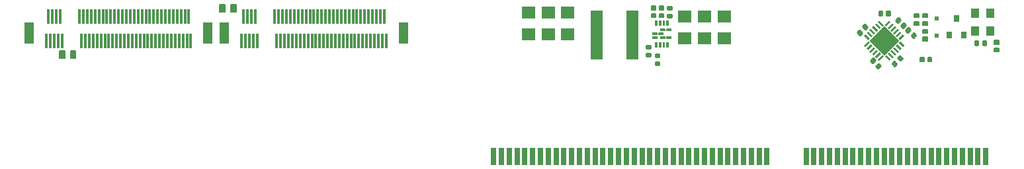
<source format=gtp>
G75*
%MOIN*%
%OFA0B0*%
%FSLAX25Y25*%
%IPPOS*%
%LPD*%
%AMOC8*
5,1,8,0,0,1.08239X$1,22.5*
%
%ADD10R,0.03150X0.08661*%
%ADD11R,0.01181X0.07382*%
%ADD12R,0.04724X0.10827*%
%ADD13C,0.00591*%
%ADD14R,0.01000X0.03200*%
%ADD15R,0.10600X0.10600*%
%ADD16C,0.00100*%
%ADD17C,0.00945*%
%ADD18R,0.03150X0.03543*%
%ADD19R,0.02362X0.02362*%
%ADD20R,0.04331X0.05118*%
%ADD21C,0.00039*%
%ADD22R,0.07087X0.06299*%
%ADD23R,0.06417X0.24528*%
%ADD24C,0.00630*%
D10*
X0251565Y0013752D03*
X0255502Y0013752D03*
X0259439Y0013752D03*
X0263376Y0013752D03*
X0267313Y0013752D03*
X0271250Y0013752D03*
X0275187Y0013752D03*
X0279124Y0013752D03*
X0283061Y0013752D03*
X0286998Y0013752D03*
X0290935Y0013752D03*
X0294872Y0013752D03*
X0298809Y0013752D03*
X0302746Y0013752D03*
X0306683Y0013752D03*
X0310620Y0013752D03*
X0314557Y0013752D03*
X0318494Y0013752D03*
X0322431Y0013752D03*
X0326368Y0013752D03*
X0330305Y0013752D03*
X0334242Y0013752D03*
X0338179Y0013752D03*
X0342116Y0013752D03*
X0346053Y0013752D03*
X0349990Y0013752D03*
X0353927Y0013752D03*
X0357864Y0013752D03*
X0361801Y0013752D03*
X0365738Y0013752D03*
X0369675Y0013752D03*
X0373612Y0013752D03*
X0377549Y0013752D03*
X0381486Y0013752D03*
X0385423Y0013752D03*
X0389360Y0013752D03*
X0409045Y0013752D03*
X0412982Y0013752D03*
X0416919Y0013752D03*
X0420856Y0013752D03*
X0424793Y0013752D03*
X0428730Y0013752D03*
X0432667Y0013752D03*
X0436604Y0013752D03*
X0440541Y0013752D03*
X0444478Y0013752D03*
X0448415Y0013752D03*
X0452352Y0013752D03*
X0456289Y0013752D03*
X0460226Y0013752D03*
X0464163Y0013752D03*
X0468100Y0013752D03*
X0472037Y0013752D03*
X0475975Y0013752D03*
X0479912Y0013752D03*
X0483849Y0013752D03*
X0487786Y0013752D03*
X0491723Y0013752D03*
X0495660Y0013752D03*
X0499597Y0013752D03*
D11*
X0197431Y0071971D03*
X0195463Y0071971D03*
X0193494Y0071971D03*
X0191526Y0071971D03*
X0189557Y0071971D03*
X0187589Y0071971D03*
X0185620Y0071971D03*
X0183652Y0071971D03*
X0181683Y0071971D03*
X0179715Y0071971D03*
X0177746Y0071971D03*
X0175778Y0071971D03*
X0173809Y0071971D03*
X0171841Y0071971D03*
X0169872Y0071971D03*
X0167904Y0071971D03*
X0165935Y0071971D03*
X0163967Y0071971D03*
X0161998Y0071971D03*
X0160030Y0071971D03*
X0158061Y0071971D03*
X0156093Y0071971D03*
X0154124Y0071971D03*
X0152156Y0071971D03*
X0150187Y0071971D03*
X0148219Y0071971D03*
X0146250Y0071971D03*
X0144282Y0071971D03*
X0142313Y0071971D03*
X0132471Y0071971D03*
X0130502Y0071971D03*
X0128534Y0071971D03*
X0126565Y0071971D03*
X0124597Y0071971D03*
X0099006Y0071971D03*
X0097037Y0071971D03*
X0095069Y0071971D03*
X0093100Y0071971D03*
X0091132Y0071971D03*
X0089163Y0071971D03*
X0087195Y0071971D03*
X0085226Y0071971D03*
X0083258Y0071971D03*
X0081289Y0071971D03*
X0079321Y0071971D03*
X0077352Y0071971D03*
X0075384Y0071971D03*
X0073415Y0071971D03*
X0071447Y0071971D03*
X0069478Y0071971D03*
X0067510Y0071971D03*
X0065541Y0071971D03*
X0063573Y0071971D03*
X0061604Y0071971D03*
X0059636Y0071971D03*
X0057667Y0071971D03*
X0055699Y0071971D03*
X0053730Y0071971D03*
X0051762Y0071971D03*
X0049793Y0071971D03*
X0047825Y0071971D03*
X0045856Y0071971D03*
X0043888Y0071971D03*
X0034045Y0071971D03*
X0032077Y0071971D03*
X0030108Y0071971D03*
X0028140Y0071971D03*
X0026171Y0071971D03*
X0027156Y0084274D03*
X0029124Y0084274D03*
X0031093Y0084274D03*
X0033061Y0084274D03*
X0042904Y0084274D03*
X0044872Y0084274D03*
X0046841Y0084274D03*
X0048809Y0084274D03*
X0050778Y0084274D03*
X0052746Y0084274D03*
X0054715Y0084274D03*
X0056683Y0084274D03*
X0058652Y0084274D03*
X0060620Y0084274D03*
X0062589Y0084274D03*
X0064557Y0084274D03*
X0066526Y0084274D03*
X0068494Y0084274D03*
X0070463Y0084274D03*
X0072431Y0084274D03*
X0074400Y0084274D03*
X0076368Y0084274D03*
X0078337Y0084274D03*
X0080305Y0084274D03*
X0082274Y0084274D03*
X0084242Y0084274D03*
X0086211Y0084274D03*
X0088179Y0084274D03*
X0090148Y0084274D03*
X0092116Y0084274D03*
X0094085Y0084274D03*
X0096053Y0084274D03*
X0098022Y0084274D03*
X0125581Y0084274D03*
X0127549Y0084274D03*
X0129518Y0084274D03*
X0131486Y0084274D03*
X0141329Y0084274D03*
X0143297Y0084274D03*
X0145266Y0084274D03*
X0147234Y0084274D03*
X0149203Y0084274D03*
X0151171Y0084274D03*
X0153140Y0084274D03*
X0155108Y0084274D03*
X0157077Y0084274D03*
X0159045Y0084274D03*
X0161014Y0084274D03*
X0162982Y0084274D03*
X0164951Y0084274D03*
X0166919Y0084274D03*
X0168888Y0084274D03*
X0170856Y0084274D03*
X0172825Y0084274D03*
X0174793Y0084274D03*
X0176762Y0084274D03*
X0178730Y0084274D03*
X0180699Y0084274D03*
X0182667Y0084274D03*
X0184636Y0084274D03*
X0186604Y0084274D03*
X0188573Y0084274D03*
X0190541Y0084274D03*
X0192510Y0084274D03*
X0194478Y0084274D03*
X0196447Y0084274D03*
D12*
X0206093Y0075957D03*
X0115935Y0075957D03*
X0107667Y0075957D03*
X0017510Y0075957D03*
D13*
X0333357Y0083929D02*
X0333357Y0085701D01*
X0333357Y0083929D02*
X0331191Y0083929D01*
X0331191Y0085701D01*
X0333357Y0085701D01*
X0333357Y0084519D02*
X0331191Y0084519D01*
X0331191Y0085109D02*
X0333357Y0085109D01*
X0333357Y0085699D02*
X0331191Y0085699D01*
X0337294Y0085701D02*
X0337294Y0083929D01*
X0335128Y0083929D01*
X0335128Y0085701D01*
X0337294Y0085701D01*
X0337294Y0084519D02*
X0335128Y0084519D01*
X0335128Y0085109D02*
X0337294Y0085109D01*
X0337294Y0085699D02*
X0335128Y0085699D01*
X0337294Y0087866D02*
X0337294Y0089638D01*
X0337294Y0087866D02*
X0335128Y0087866D01*
X0335128Y0089638D01*
X0337294Y0089638D01*
X0337294Y0088456D02*
X0335128Y0088456D01*
X0335128Y0089046D02*
X0337294Y0089046D01*
X0337294Y0089636D02*
X0335128Y0089636D01*
X0333357Y0089638D02*
X0333357Y0087866D01*
X0331191Y0087866D01*
X0331191Y0089638D01*
X0333357Y0089638D01*
X0333357Y0088456D02*
X0331191Y0088456D01*
X0331191Y0089046D02*
X0333357Y0089046D01*
X0333357Y0089636D02*
X0331191Y0089636D01*
X0463671Y0085701D02*
X0463671Y0083929D01*
X0463671Y0085701D02*
X0465837Y0085701D01*
X0465837Y0083929D01*
X0463671Y0083929D01*
X0463671Y0084519D02*
X0465837Y0084519D01*
X0465837Y0085109D02*
X0463671Y0085109D01*
X0463671Y0085699D02*
X0465837Y0085699D01*
X0468002Y0085701D02*
X0468002Y0083929D01*
X0468002Y0085701D02*
X0470168Y0085701D01*
X0470168Y0083929D01*
X0468002Y0083929D01*
X0468002Y0084519D02*
X0470168Y0084519D01*
X0470168Y0085109D02*
X0468002Y0085109D01*
X0468002Y0085699D02*
X0470168Y0085699D01*
X0468002Y0081764D02*
X0468002Y0079992D01*
X0468002Y0081764D02*
X0470168Y0081764D01*
X0470168Y0079992D01*
X0468002Y0079992D01*
X0468002Y0080582D02*
X0470168Y0080582D01*
X0470168Y0081172D02*
X0468002Y0081172D01*
X0468002Y0081762D02*
X0470168Y0081762D01*
X0463671Y0081764D02*
X0463671Y0079992D01*
X0463671Y0081764D02*
X0465837Y0081764D01*
X0465837Y0079992D01*
X0463671Y0079992D01*
X0463671Y0080582D02*
X0465837Y0080582D01*
X0465837Y0081172D02*
X0463671Y0081172D01*
X0463671Y0081762D02*
X0465837Y0081762D01*
X0470168Y0077827D02*
X0470168Y0076055D01*
X0468002Y0076055D01*
X0468002Y0077827D01*
X0470168Y0077827D01*
X0470168Y0076645D02*
X0468002Y0076645D01*
X0468002Y0077235D02*
X0470168Y0077235D01*
X0470168Y0077825D02*
X0468002Y0077825D01*
X0470168Y0073890D02*
X0470168Y0072118D01*
X0468002Y0072118D01*
X0468002Y0073890D01*
X0470168Y0073890D01*
X0470168Y0072708D02*
X0468002Y0072708D01*
X0468002Y0073298D02*
X0470168Y0073298D01*
X0470168Y0073888D02*
X0468002Y0073888D01*
X0468396Y0061685D02*
X0466624Y0061685D01*
X0466624Y0063851D01*
X0468396Y0063851D01*
X0468396Y0061685D01*
X0468396Y0062275D02*
X0466624Y0062275D01*
X0466624Y0062865D02*
X0468396Y0062865D01*
X0468396Y0063455D02*
X0466624Y0063455D01*
X0470561Y0061685D02*
X0472333Y0061685D01*
X0470561Y0061685D02*
X0470561Y0063851D01*
X0472333Y0063851D01*
X0472333Y0061685D01*
X0472333Y0062275D02*
X0470561Y0062275D01*
X0470561Y0062865D02*
X0472333Y0062865D01*
X0472333Y0063455D02*
X0470561Y0063455D01*
X0504025Y0066607D02*
X0504025Y0068379D01*
X0506191Y0068379D01*
X0506191Y0066607D01*
X0504025Y0066607D01*
X0504025Y0067197D02*
X0506191Y0067197D01*
X0506191Y0067787D02*
X0504025Y0067787D01*
X0504025Y0068377D02*
X0506191Y0068377D01*
X0504025Y0070544D02*
X0504025Y0072316D01*
X0506191Y0072316D01*
X0506191Y0070544D01*
X0504025Y0070544D01*
X0504025Y0071134D02*
X0506191Y0071134D01*
X0506191Y0071724D02*
X0504025Y0071724D01*
X0504025Y0072314D02*
X0506191Y0072314D01*
D14*
G36*
X0457940Y0075489D02*
X0458647Y0074782D01*
X0456386Y0072521D01*
X0455679Y0073228D01*
X0457940Y0075489D01*
G37*
G36*
X0456548Y0076881D02*
X0457255Y0076174D01*
X0454994Y0073913D01*
X0454287Y0074620D01*
X0456548Y0076881D01*
G37*
G36*
X0455156Y0078273D02*
X0455863Y0077566D01*
X0453602Y0075305D01*
X0452895Y0076012D01*
X0455156Y0078273D01*
G37*
G36*
X0453764Y0079665D02*
X0454471Y0078958D01*
X0452210Y0076697D01*
X0451503Y0077404D01*
X0453764Y0079665D01*
G37*
G36*
X0452372Y0081057D02*
X0453079Y0080350D01*
X0450818Y0078089D01*
X0450111Y0078796D01*
X0452372Y0081057D01*
G37*
G36*
X0450981Y0082449D02*
X0451688Y0081742D01*
X0449427Y0079481D01*
X0448720Y0080188D01*
X0450981Y0082449D01*
G37*
G36*
X0448111Y0080188D02*
X0447404Y0079481D01*
X0445143Y0081742D01*
X0445850Y0082449D01*
X0448111Y0080188D01*
G37*
G36*
X0446719Y0078796D02*
X0446012Y0078089D01*
X0443751Y0080350D01*
X0444458Y0081057D01*
X0446719Y0078796D01*
G37*
G36*
X0445327Y0077404D02*
X0444620Y0076697D01*
X0442359Y0078958D01*
X0443066Y0079665D01*
X0445327Y0077404D01*
G37*
G36*
X0443936Y0076012D02*
X0443229Y0075305D01*
X0440968Y0077566D01*
X0441675Y0078273D01*
X0443936Y0076012D01*
G37*
G36*
X0442544Y0074620D02*
X0441837Y0073913D01*
X0439576Y0076174D01*
X0440283Y0076881D01*
X0442544Y0074620D01*
G37*
G36*
X0441152Y0073228D02*
X0440445Y0072521D01*
X0438184Y0074782D01*
X0438891Y0075489D01*
X0441152Y0073228D01*
G37*
G36*
X0440445Y0071913D02*
X0441152Y0071206D01*
X0438891Y0068945D01*
X0438184Y0069652D01*
X0440445Y0071913D01*
G37*
G36*
X0441837Y0070521D02*
X0442544Y0069814D01*
X0440283Y0067553D01*
X0439576Y0068260D01*
X0441837Y0070521D01*
G37*
G36*
X0443229Y0069129D02*
X0443936Y0068422D01*
X0441675Y0066161D01*
X0440968Y0066868D01*
X0443229Y0069129D01*
G37*
G36*
X0444620Y0067737D02*
X0445327Y0067030D01*
X0443066Y0064769D01*
X0442359Y0065476D01*
X0444620Y0067737D01*
G37*
G36*
X0446012Y0066345D02*
X0446719Y0065638D01*
X0444458Y0063377D01*
X0443751Y0064084D01*
X0446012Y0066345D01*
G37*
G36*
X0453079Y0064084D02*
X0452372Y0063377D01*
X0450111Y0065638D01*
X0450818Y0066345D01*
X0453079Y0064084D01*
G37*
G36*
X0451688Y0062692D02*
X0450981Y0061985D01*
X0448720Y0064246D01*
X0449427Y0064953D01*
X0451688Y0062692D01*
G37*
G36*
X0447404Y0064953D02*
X0448111Y0064246D01*
X0445850Y0061985D01*
X0445143Y0062692D01*
X0447404Y0064953D01*
G37*
G36*
X0454471Y0065476D02*
X0453764Y0064769D01*
X0451503Y0067030D01*
X0452210Y0067737D01*
X0454471Y0065476D01*
G37*
G36*
X0455863Y0066868D02*
X0455156Y0066161D01*
X0452895Y0068422D01*
X0453602Y0069129D01*
X0455863Y0066868D01*
G37*
G36*
X0457255Y0068260D02*
X0456548Y0067553D01*
X0454287Y0069814D01*
X0454994Y0070521D01*
X0457255Y0068260D01*
G37*
G36*
X0458647Y0069652D02*
X0457940Y0068945D01*
X0455679Y0071206D01*
X0456386Y0071913D01*
X0458647Y0069652D01*
G37*
D15*
G36*
X0440920Y0072217D02*
X0448415Y0079712D01*
X0455910Y0072217D01*
X0448415Y0064722D01*
X0440920Y0072217D01*
G37*
D16*
X0441477Y0072217D02*
X0444668Y0069026D01*
X0447859Y0072217D01*
X0444668Y0075408D01*
X0441477Y0072217D01*
X0441519Y0072175D02*
X0447816Y0072175D01*
X0447803Y0072273D02*
X0441533Y0072273D01*
X0441632Y0072372D02*
X0447704Y0072372D01*
X0447605Y0072470D02*
X0441730Y0072470D01*
X0441829Y0072569D02*
X0447507Y0072569D01*
X0447408Y0072667D02*
X0441927Y0072667D01*
X0442026Y0072766D02*
X0447310Y0072766D01*
X0447211Y0072864D02*
X0442124Y0072864D01*
X0442223Y0072963D02*
X0447113Y0072963D01*
X0447014Y0073061D02*
X0442321Y0073061D01*
X0442420Y0073160D02*
X0446916Y0073160D01*
X0446817Y0073258D02*
X0442518Y0073258D01*
X0442617Y0073357D02*
X0446719Y0073357D01*
X0446620Y0073455D02*
X0442715Y0073455D01*
X0442814Y0073554D02*
X0446522Y0073554D01*
X0446423Y0073652D02*
X0442912Y0073652D01*
X0443011Y0073751D02*
X0446325Y0073751D01*
X0446226Y0073849D02*
X0443109Y0073849D01*
X0443208Y0073948D02*
X0446128Y0073948D01*
X0446029Y0074046D02*
X0443306Y0074046D01*
X0443405Y0074145D02*
X0445931Y0074145D01*
X0445832Y0074243D02*
X0443503Y0074243D01*
X0443602Y0074342D02*
X0445734Y0074342D01*
X0445635Y0074440D02*
X0443700Y0074440D01*
X0443799Y0074539D02*
X0445537Y0074539D01*
X0445438Y0074637D02*
X0443897Y0074637D01*
X0443996Y0074736D02*
X0445340Y0074736D01*
X0445241Y0074834D02*
X0444094Y0074834D01*
X0444193Y0074933D02*
X0445143Y0074933D01*
X0445044Y0075031D02*
X0444291Y0075031D01*
X0444390Y0075130D02*
X0444946Y0075130D01*
X0444847Y0075228D02*
X0444488Y0075228D01*
X0444587Y0075327D02*
X0444749Y0075327D01*
X0445271Y0075918D02*
X0451560Y0075918D01*
X0451606Y0075965D02*
X0448415Y0072774D01*
X0445225Y0075965D01*
X0448415Y0079156D01*
X0451606Y0075965D01*
X0451554Y0076017D02*
X0445276Y0076017D01*
X0445375Y0076115D02*
X0451456Y0076115D01*
X0451357Y0076214D02*
X0445474Y0076214D01*
X0445572Y0076312D02*
X0451259Y0076312D01*
X0451160Y0076411D02*
X0445671Y0076411D01*
X0445769Y0076509D02*
X0451062Y0076509D01*
X0450963Y0076608D02*
X0445868Y0076608D01*
X0445966Y0076706D02*
X0450865Y0076706D01*
X0450766Y0076805D02*
X0446065Y0076805D01*
X0446163Y0076903D02*
X0450668Y0076903D01*
X0450569Y0077002D02*
X0446262Y0077002D01*
X0446360Y0077100D02*
X0450471Y0077100D01*
X0450372Y0077199D02*
X0446459Y0077199D01*
X0446557Y0077297D02*
X0450274Y0077297D01*
X0450175Y0077396D02*
X0446656Y0077396D01*
X0446754Y0077494D02*
X0450077Y0077494D01*
X0449978Y0077593D02*
X0446853Y0077593D01*
X0446951Y0077691D02*
X0449880Y0077691D01*
X0449781Y0077790D02*
X0447050Y0077790D01*
X0447148Y0077888D02*
X0449683Y0077888D01*
X0449584Y0077987D02*
X0447247Y0077987D01*
X0447345Y0078085D02*
X0449486Y0078085D01*
X0449387Y0078184D02*
X0447444Y0078184D01*
X0447542Y0078282D02*
X0449289Y0078282D01*
X0449190Y0078381D02*
X0447641Y0078381D01*
X0447739Y0078479D02*
X0449092Y0078479D01*
X0448993Y0078578D02*
X0447838Y0078578D01*
X0447936Y0078676D02*
X0448895Y0078676D01*
X0448796Y0078775D02*
X0448035Y0078775D01*
X0448133Y0078873D02*
X0448698Y0078873D01*
X0448599Y0078972D02*
X0448232Y0078972D01*
X0448330Y0079070D02*
X0448501Y0079070D01*
X0451461Y0075820D02*
X0445370Y0075820D01*
X0445468Y0075721D02*
X0451363Y0075721D01*
X0451264Y0075623D02*
X0445567Y0075623D01*
X0445665Y0075524D02*
X0451166Y0075524D01*
X0451067Y0075426D02*
X0445764Y0075426D01*
X0445862Y0075327D02*
X0450969Y0075327D01*
X0450870Y0075228D02*
X0445961Y0075228D01*
X0446059Y0075130D02*
X0450772Y0075130D01*
X0450673Y0075031D02*
X0446158Y0075031D01*
X0446256Y0074933D02*
X0450575Y0074933D01*
X0450476Y0074834D02*
X0446355Y0074834D01*
X0446453Y0074736D02*
X0450378Y0074736D01*
X0450279Y0074637D02*
X0446552Y0074637D01*
X0446650Y0074539D02*
X0450181Y0074539D01*
X0450082Y0074440D02*
X0446749Y0074440D01*
X0446847Y0074342D02*
X0449984Y0074342D01*
X0449885Y0074243D02*
X0446946Y0074243D01*
X0447044Y0074145D02*
X0449787Y0074145D01*
X0449688Y0074046D02*
X0447143Y0074046D01*
X0447241Y0073948D02*
X0449590Y0073948D01*
X0449491Y0073849D02*
X0447340Y0073849D01*
X0447438Y0073751D02*
X0449392Y0073751D01*
X0449294Y0073652D02*
X0447537Y0073652D01*
X0447635Y0073554D02*
X0449195Y0073554D01*
X0449097Y0073455D02*
X0447734Y0073455D01*
X0447832Y0073357D02*
X0448998Y0073357D01*
X0448900Y0073258D02*
X0447931Y0073258D01*
X0448029Y0073160D02*
X0448801Y0073160D01*
X0448703Y0073061D02*
X0448128Y0073061D01*
X0448226Y0072963D02*
X0448604Y0072963D01*
X0448506Y0072864D02*
X0448325Y0072864D01*
X0448972Y0072217D02*
X0452163Y0069026D01*
X0455354Y0072217D01*
X0452163Y0075408D01*
X0448972Y0072217D01*
X0449015Y0072175D02*
X0455312Y0072175D01*
X0455298Y0072273D02*
X0449028Y0072273D01*
X0449127Y0072372D02*
X0455199Y0072372D01*
X0455101Y0072470D02*
X0449225Y0072470D01*
X0449324Y0072569D02*
X0455002Y0072569D01*
X0454904Y0072667D02*
X0449422Y0072667D01*
X0449521Y0072766D02*
X0454805Y0072766D01*
X0454707Y0072864D02*
X0449619Y0072864D01*
X0449718Y0072963D02*
X0454608Y0072963D01*
X0454510Y0073061D02*
X0449816Y0073061D01*
X0449915Y0073160D02*
X0454411Y0073160D01*
X0454313Y0073258D02*
X0450013Y0073258D01*
X0450112Y0073357D02*
X0454214Y0073357D01*
X0454116Y0073455D02*
X0450211Y0073455D01*
X0450309Y0073554D02*
X0454017Y0073554D01*
X0453919Y0073652D02*
X0450408Y0073652D01*
X0450506Y0073751D02*
X0453820Y0073751D01*
X0453722Y0073849D02*
X0450605Y0073849D01*
X0450703Y0073948D02*
X0453623Y0073948D01*
X0453525Y0074046D02*
X0450802Y0074046D01*
X0450900Y0074145D02*
X0453426Y0074145D01*
X0453328Y0074243D02*
X0450999Y0074243D01*
X0451097Y0074342D02*
X0453229Y0074342D01*
X0453131Y0074440D02*
X0451196Y0074440D01*
X0451294Y0074539D02*
X0453032Y0074539D01*
X0452934Y0074637D02*
X0451393Y0074637D01*
X0451491Y0074736D02*
X0452835Y0074736D01*
X0452737Y0074834D02*
X0451590Y0074834D01*
X0451688Y0074933D02*
X0452638Y0074933D01*
X0452540Y0075031D02*
X0451787Y0075031D01*
X0451885Y0075130D02*
X0452441Y0075130D01*
X0452343Y0075228D02*
X0451984Y0075228D01*
X0452082Y0075327D02*
X0452244Y0075327D01*
X0455213Y0072076D02*
X0449113Y0072076D01*
X0449212Y0071978D02*
X0455115Y0071978D01*
X0455016Y0071879D02*
X0449310Y0071879D01*
X0449409Y0071781D02*
X0454918Y0071781D01*
X0454819Y0071682D02*
X0449507Y0071682D01*
X0449606Y0071584D02*
X0454721Y0071584D01*
X0454622Y0071485D02*
X0449704Y0071485D01*
X0449803Y0071387D02*
X0454524Y0071387D01*
X0454425Y0071288D02*
X0449901Y0071288D01*
X0450000Y0071190D02*
X0454327Y0071190D01*
X0454228Y0071091D02*
X0450098Y0071091D01*
X0450197Y0070993D02*
X0454130Y0070993D01*
X0454031Y0070894D02*
X0450295Y0070894D01*
X0450394Y0070795D02*
X0453932Y0070795D01*
X0453834Y0070697D02*
X0450492Y0070697D01*
X0450591Y0070598D02*
X0453735Y0070598D01*
X0453637Y0070500D02*
X0450689Y0070500D01*
X0450788Y0070401D02*
X0453538Y0070401D01*
X0453440Y0070303D02*
X0450886Y0070303D01*
X0450985Y0070204D02*
X0453341Y0070204D01*
X0453243Y0070106D02*
X0451083Y0070106D01*
X0451182Y0070007D02*
X0453144Y0070007D01*
X0453046Y0069909D02*
X0451280Y0069909D01*
X0451379Y0069810D02*
X0452947Y0069810D01*
X0452849Y0069712D02*
X0451477Y0069712D01*
X0451576Y0069613D02*
X0452750Y0069613D01*
X0452652Y0069515D02*
X0451674Y0069515D01*
X0451773Y0069416D02*
X0452553Y0069416D01*
X0452455Y0069318D02*
X0451871Y0069318D01*
X0451970Y0069219D02*
X0452356Y0069219D01*
X0452258Y0069121D02*
X0452068Y0069121D01*
X0451546Y0068530D02*
X0445285Y0068530D01*
X0445225Y0068469D02*
X0448415Y0065278D01*
X0451606Y0068469D01*
X0448415Y0071660D01*
X0445225Y0068469D01*
X0445263Y0068431D02*
X0451568Y0068431D01*
X0451470Y0068333D02*
X0445361Y0068333D01*
X0445460Y0068234D02*
X0451371Y0068234D01*
X0451273Y0068136D02*
X0445558Y0068136D01*
X0445657Y0068037D02*
X0451174Y0068037D01*
X0451076Y0067939D02*
X0445755Y0067939D01*
X0445854Y0067840D02*
X0450977Y0067840D01*
X0450879Y0067742D02*
X0445952Y0067742D01*
X0446051Y0067643D02*
X0450780Y0067643D01*
X0450682Y0067545D02*
X0446149Y0067545D01*
X0446248Y0067446D02*
X0450583Y0067446D01*
X0450485Y0067348D02*
X0446346Y0067348D01*
X0446445Y0067249D02*
X0450386Y0067249D01*
X0450288Y0067151D02*
X0446543Y0067151D01*
X0446642Y0067052D02*
X0450189Y0067052D01*
X0450091Y0066954D02*
X0446740Y0066954D01*
X0446839Y0066855D02*
X0449992Y0066855D01*
X0449894Y0066757D02*
X0446937Y0066757D01*
X0447036Y0066658D02*
X0449795Y0066658D01*
X0449697Y0066559D02*
X0447134Y0066559D01*
X0447233Y0066461D02*
X0449598Y0066461D01*
X0449499Y0066362D02*
X0447331Y0066362D01*
X0447430Y0066264D02*
X0449401Y0066264D01*
X0449302Y0066165D02*
X0447528Y0066165D01*
X0447627Y0066067D02*
X0449204Y0066067D01*
X0449105Y0065968D02*
X0447725Y0065968D01*
X0447824Y0065870D02*
X0449007Y0065870D01*
X0448908Y0065771D02*
X0447922Y0065771D01*
X0448021Y0065673D02*
X0448810Y0065673D01*
X0448711Y0065574D02*
X0448120Y0065574D01*
X0448218Y0065476D02*
X0448613Y0065476D01*
X0448514Y0065377D02*
X0448317Y0065377D01*
X0448415Y0065279D02*
X0448416Y0065279D01*
X0451447Y0068628D02*
X0445383Y0068628D01*
X0445482Y0068727D02*
X0451349Y0068727D01*
X0451250Y0068825D02*
X0445580Y0068825D01*
X0445679Y0068924D02*
X0451152Y0068924D01*
X0451053Y0069022D02*
X0445778Y0069022D01*
X0445876Y0069121D02*
X0450955Y0069121D01*
X0450856Y0069219D02*
X0445975Y0069219D01*
X0446073Y0069318D02*
X0450758Y0069318D01*
X0450659Y0069416D02*
X0446172Y0069416D01*
X0446270Y0069515D02*
X0450561Y0069515D01*
X0450462Y0069613D02*
X0446369Y0069613D01*
X0446467Y0069712D02*
X0450364Y0069712D01*
X0450265Y0069810D02*
X0446566Y0069810D01*
X0446664Y0069909D02*
X0450167Y0069909D01*
X0450068Y0070007D02*
X0446763Y0070007D01*
X0446861Y0070106D02*
X0449970Y0070106D01*
X0449871Y0070204D02*
X0446960Y0070204D01*
X0447058Y0070303D02*
X0449773Y0070303D01*
X0449674Y0070401D02*
X0447157Y0070401D01*
X0447255Y0070500D02*
X0449576Y0070500D01*
X0449477Y0070598D02*
X0447354Y0070598D01*
X0447452Y0070697D02*
X0449379Y0070697D01*
X0449280Y0070795D02*
X0447551Y0070795D01*
X0447649Y0070894D02*
X0449182Y0070894D01*
X0449083Y0070993D02*
X0447748Y0070993D01*
X0447846Y0071091D02*
X0448985Y0071091D01*
X0448886Y0071190D02*
X0447945Y0071190D01*
X0448043Y0071288D02*
X0448788Y0071288D01*
X0448689Y0071387D02*
X0448142Y0071387D01*
X0448240Y0071485D02*
X0448591Y0071485D01*
X0448492Y0071584D02*
X0448339Y0071584D01*
X0447718Y0072076D02*
X0441618Y0072076D01*
X0441716Y0071978D02*
X0447619Y0071978D01*
X0447521Y0071879D02*
X0441815Y0071879D01*
X0441913Y0071781D02*
X0447422Y0071781D01*
X0447324Y0071682D02*
X0442012Y0071682D01*
X0442110Y0071584D02*
X0447225Y0071584D01*
X0447127Y0071485D02*
X0442209Y0071485D01*
X0442307Y0071387D02*
X0447028Y0071387D01*
X0446930Y0071288D02*
X0442406Y0071288D01*
X0442504Y0071190D02*
X0446831Y0071190D01*
X0446733Y0071091D02*
X0442603Y0071091D01*
X0442701Y0070993D02*
X0446634Y0070993D01*
X0446536Y0070894D02*
X0442800Y0070894D01*
X0442898Y0070795D02*
X0446437Y0070795D01*
X0446339Y0070697D02*
X0442997Y0070697D01*
X0443095Y0070598D02*
X0446240Y0070598D01*
X0446142Y0070500D02*
X0443194Y0070500D01*
X0443292Y0070401D02*
X0446043Y0070401D01*
X0445945Y0070303D02*
X0443391Y0070303D01*
X0443489Y0070204D02*
X0445846Y0070204D01*
X0445748Y0070106D02*
X0443588Y0070106D01*
X0443686Y0070007D02*
X0445649Y0070007D01*
X0445551Y0069909D02*
X0443785Y0069909D01*
X0443884Y0069810D02*
X0445452Y0069810D01*
X0445354Y0069712D02*
X0443982Y0069712D01*
X0444081Y0069613D02*
X0445255Y0069613D01*
X0445157Y0069515D02*
X0444179Y0069515D01*
X0444278Y0069416D02*
X0445058Y0069416D01*
X0444959Y0069318D02*
X0444376Y0069318D01*
X0444475Y0069219D02*
X0444861Y0069219D01*
X0444762Y0069121D02*
X0444573Y0069121D01*
D17*
X0455162Y0063512D02*
X0456164Y0064514D01*
X0457444Y0063234D01*
X0456442Y0062232D01*
X0455162Y0063512D01*
X0455498Y0063176D02*
X0457386Y0063176D01*
X0456558Y0064120D02*
X0455770Y0064120D01*
X0453381Y0061730D02*
X0452379Y0060728D01*
X0453381Y0061730D02*
X0454661Y0060450D01*
X0453659Y0059448D01*
X0452379Y0060728D01*
X0452715Y0060392D02*
X0454603Y0060392D01*
X0453775Y0061336D02*
X0452987Y0061336D01*
X0445338Y0058267D02*
X0444336Y0059269D01*
X0445616Y0060549D01*
X0446618Y0059547D01*
X0445338Y0058267D01*
X0446282Y0059211D02*
X0444394Y0059211D01*
X0445222Y0060155D02*
X0446010Y0060155D01*
X0442554Y0061051D02*
X0441552Y0062053D01*
X0442832Y0063333D01*
X0443834Y0062331D01*
X0442554Y0061051D01*
X0443498Y0061995D02*
X0441610Y0061995D01*
X0442438Y0062939D02*
X0443226Y0062939D01*
X0462052Y0074623D02*
X0463054Y0073621D01*
X0462052Y0074623D02*
X0463332Y0075903D01*
X0464334Y0074901D01*
X0463054Y0073621D01*
X0463998Y0074565D02*
X0462110Y0074565D01*
X0462938Y0075509D02*
X0463726Y0075509D01*
X0460270Y0076405D02*
X0459268Y0077407D01*
X0460548Y0078687D01*
X0461550Y0077685D01*
X0460270Y0076405D01*
X0461214Y0077349D02*
X0459326Y0077349D01*
X0460154Y0078293D02*
X0460942Y0078293D01*
X0459216Y0080019D02*
X0458214Y0081021D01*
X0459216Y0080019D02*
X0457936Y0078739D01*
X0456934Y0079741D01*
X0458214Y0081021D01*
X0458880Y0079683D02*
X0456992Y0079683D01*
X0457820Y0080627D02*
X0458608Y0080627D01*
X0456432Y0082803D02*
X0455430Y0083805D01*
X0456432Y0082803D02*
X0455152Y0081523D01*
X0454150Y0082525D01*
X0455430Y0083805D01*
X0456096Y0082467D02*
X0454208Y0082467D01*
X0455036Y0083411D02*
X0455824Y0083411D01*
X0451093Y0086903D02*
X0449675Y0086903D01*
X0451093Y0086903D02*
X0451093Y0085091D01*
X0449675Y0085091D01*
X0449675Y0086903D01*
X0449675Y0086035D02*
X0451093Y0086035D01*
X0447156Y0086903D02*
X0445738Y0086903D01*
X0447156Y0086903D02*
X0447156Y0085091D01*
X0445738Y0085091D01*
X0445738Y0086903D01*
X0445738Y0086035D02*
X0447156Y0086035D01*
X0439925Y0078982D02*
X0438923Y0077980D01*
X0437643Y0079260D01*
X0438645Y0080262D01*
X0439925Y0078982D01*
X0439867Y0078924D02*
X0437979Y0078924D01*
X0438251Y0079868D02*
X0439039Y0079868D01*
X0437141Y0076198D02*
X0436139Y0075196D01*
X0434859Y0076476D01*
X0435861Y0077478D01*
X0437141Y0076198D01*
X0437083Y0076140D02*
X0435195Y0076140D01*
X0435467Y0077084D02*
X0436255Y0077084D01*
X0494163Y0070130D02*
X0495581Y0070130D01*
X0494163Y0070130D02*
X0494163Y0071942D01*
X0495581Y0071942D01*
X0495581Y0070130D01*
X0495581Y0071074D02*
X0494163Y0071074D01*
X0498100Y0070130D02*
X0499518Y0070130D01*
X0498100Y0070130D02*
X0498100Y0071942D01*
X0499518Y0071942D01*
X0499518Y0070130D01*
X0499518Y0071074D02*
X0498100Y0071074D01*
X0339242Y0084106D02*
X0339242Y0085524D01*
X0341054Y0085524D01*
X0341054Y0084106D01*
X0339242Y0084106D01*
X0339242Y0085050D02*
X0341054Y0085050D01*
X0339242Y0088043D02*
X0339242Y0089461D01*
X0341054Y0089461D01*
X0341054Y0088043D01*
X0339242Y0088043D01*
X0339242Y0088987D02*
X0341054Y0088987D01*
X0328612Y0069776D02*
X0328612Y0068358D01*
X0328612Y0069776D02*
X0330424Y0069776D01*
X0330424Y0068358D01*
X0328612Y0068358D01*
X0328612Y0069302D02*
X0330424Y0069302D01*
X0328612Y0065839D02*
X0328612Y0064421D01*
X0328612Y0065839D02*
X0330424Y0065839D01*
X0330424Y0064421D01*
X0328612Y0064421D01*
X0328612Y0065365D02*
X0330424Y0065365D01*
X0333139Y0065446D02*
X0333139Y0064028D01*
X0333139Y0065446D02*
X0334951Y0065446D01*
X0334951Y0064028D01*
X0333139Y0064028D01*
X0333139Y0064972D02*
X0334951Y0064972D01*
X0333139Y0061509D02*
X0333139Y0060091D01*
X0333139Y0061509D02*
X0334951Y0061509D01*
X0334951Y0060091D01*
X0333139Y0060091D01*
X0333139Y0061035D02*
X0334951Y0061035D01*
D18*
X0481093Y0074973D03*
X0488573Y0074973D03*
X0484833Y0083241D03*
D19*
X0474793Y0083241D03*
X0474793Y0074579D03*
D20*
X0494282Y0077138D03*
X0501762Y0077138D03*
X0501762Y0086193D03*
X0494282Y0086193D03*
D21*
X0340935Y0078024D02*
X0340935Y0077434D01*
X0340920Y0077358D01*
X0340877Y0077294D01*
X0340814Y0077252D01*
X0340738Y0077237D01*
X0338770Y0077237D01*
X0338694Y0077252D01*
X0338631Y0077294D01*
X0338588Y0077358D01*
X0338573Y0077434D01*
X0338573Y0078024D01*
X0338588Y0078099D01*
X0338631Y0078163D01*
X0338694Y0078206D01*
X0338770Y0078221D01*
X0340738Y0078221D01*
X0340814Y0078206D01*
X0340877Y0078163D01*
X0340920Y0078099D01*
X0340935Y0078024D01*
X0340935Y0078011D02*
X0338573Y0078011D01*
X0338578Y0078049D02*
X0340930Y0078049D01*
X0340923Y0078086D02*
X0338585Y0078086D01*
X0338605Y0078124D02*
X0340903Y0078124D01*
X0340878Y0078162D02*
X0338630Y0078162D01*
X0338686Y0078200D02*
X0340822Y0078200D01*
X0340935Y0077973D02*
X0338573Y0077973D01*
X0338573Y0077935D02*
X0340935Y0077935D01*
X0340935Y0077897D02*
X0338573Y0077897D01*
X0338573Y0077859D02*
X0340935Y0077859D01*
X0340935Y0077821D02*
X0338573Y0077821D01*
X0338573Y0077783D02*
X0340935Y0077783D01*
X0340935Y0077746D02*
X0338573Y0077746D01*
X0338573Y0077708D02*
X0340935Y0077708D01*
X0340935Y0077670D02*
X0338573Y0077670D01*
X0338573Y0077632D02*
X0340935Y0077632D01*
X0340935Y0077594D02*
X0338573Y0077594D01*
X0338573Y0077556D02*
X0340935Y0077556D01*
X0340935Y0077518D02*
X0338573Y0077518D01*
X0338573Y0077480D02*
X0340935Y0077480D01*
X0340935Y0077442D02*
X0338573Y0077442D01*
X0338579Y0077405D02*
X0340929Y0077405D01*
X0340922Y0077367D02*
X0338586Y0077367D01*
X0338608Y0077329D02*
X0340901Y0077329D01*
X0340872Y0077291D02*
X0338636Y0077291D01*
X0338692Y0077253D02*
X0340816Y0077253D01*
X0337786Y0077434D02*
X0337786Y0078024D01*
X0337771Y0078099D01*
X0337728Y0078163D01*
X0337664Y0078206D01*
X0337589Y0078221D01*
X0335620Y0078221D01*
X0335545Y0078206D01*
X0335481Y0078163D01*
X0335438Y0078099D01*
X0335423Y0078024D01*
X0335423Y0077434D01*
X0335438Y0077358D01*
X0335481Y0077294D01*
X0335545Y0077252D01*
X0335620Y0077237D01*
X0337589Y0077237D01*
X0337664Y0077252D01*
X0337728Y0077294D01*
X0337771Y0077358D01*
X0337786Y0077434D01*
X0337786Y0077442D02*
X0335423Y0077442D01*
X0335429Y0077405D02*
X0337780Y0077405D01*
X0337772Y0077367D02*
X0335437Y0077367D01*
X0335458Y0077329D02*
X0337751Y0077329D01*
X0337723Y0077291D02*
X0335486Y0077291D01*
X0335543Y0077253D02*
X0337666Y0077253D01*
X0337786Y0077480D02*
X0335423Y0077480D01*
X0335423Y0077518D02*
X0337786Y0077518D01*
X0337786Y0077556D02*
X0335423Y0077556D01*
X0335423Y0077594D02*
X0337786Y0077594D01*
X0337786Y0077632D02*
X0335423Y0077632D01*
X0335423Y0077670D02*
X0337786Y0077670D01*
X0337786Y0077708D02*
X0335423Y0077708D01*
X0335423Y0077746D02*
X0337786Y0077746D01*
X0337786Y0077783D02*
X0335423Y0077783D01*
X0335423Y0077821D02*
X0337786Y0077821D01*
X0337786Y0077859D02*
X0335423Y0077859D01*
X0335423Y0077897D02*
X0337786Y0077897D01*
X0337786Y0077935D02*
X0335423Y0077935D01*
X0335423Y0077973D02*
X0337786Y0077973D01*
X0337786Y0078011D02*
X0335423Y0078011D01*
X0335428Y0078049D02*
X0337781Y0078049D01*
X0337773Y0078086D02*
X0335436Y0078086D01*
X0335455Y0078124D02*
X0337754Y0078124D01*
X0337729Y0078162D02*
X0335480Y0078162D01*
X0335536Y0078200D02*
X0337673Y0078200D01*
X0337490Y0080091D02*
X0336900Y0080091D01*
X0336824Y0080106D01*
X0336761Y0080149D01*
X0336718Y0080213D01*
X0336703Y0080288D01*
X0336703Y0082256D01*
X0336718Y0082332D01*
X0336761Y0082396D01*
X0336824Y0082438D01*
X0336900Y0082453D01*
X0337490Y0082453D01*
X0337566Y0082438D01*
X0337629Y0082396D01*
X0337672Y0082332D01*
X0337687Y0082256D01*
X0337687Y0080288D01*
X0337672Y0080213D01*
X0337629Y0080149D01*
X0337566Y0080106D01*
X0337490Y0080091D01*
X0337506Y0080094D02*
X0336884Y0080094D01*
X0336785Y0080132D02*
X0337605Y0080132D01*
X0337644Y0080170D02*
X0336746Y0080170D01*
X0336721Y0080208D02*
X0337669Y0080208D01*
X0337679Y0080246D02*
X0336711Y0080246D01*
X0336704Y0080284D02*
X0337686Y0080284D01*
X0337687Y0080321D02*
X0336703Y0080321D01*
X0336703Y0080359D02*
X0337687Y0080359D01*
X0337687Y0080397D02*
X0336703Y0080397D01*
X0336703Y0080435D02*
X0337687Y0080435D01*
X0337687Y0080473D02*
X0336703Y0080473D01*
X0336703Y0080511D02*
X0337687Y0080511D01*
X0337687Y0080549D02*
X0336703Y0080549D01*
X0336703Y0080587D02*
X0337687Y0080587D01*
X0337687Y0080625D02*
X0336703Y0080625D01*
X0336703Y0080662D02*
X0337687Y0080662D01*
X0337687Y0080700D02*
X0336703Y0080700D01*
X0336703Y0080738D02*
X0337687Y0080738D01*
X0337687Y0080776D02*
X0336703Y0080776D01*
X0336703Y0080814D02*
X0337687Y0080814D01*
X0337687Y0080852D02*
X0336703Y0080852D01*
X0336703Y0080890D02*
X0337687Y0080890D01*
X0337687Y0080928D02*
X0336703Y0080928D01*
X0336703Y0080965D02*
X0337687Y0080965D01*
X0337687Y0081003D02*
X0336703Y0081003D01*
X0336703Y0081041D02*
X0337687Y0081041D01*
X0337687Y0081079D02*
X0336703Y0081079D01*
X0336703Y0081117D02*
X0337687Y0081117D01*
X0337687Y0081155D02*
X0336703Y0081155D01*
X0336703Y0081193D02*
X0337687Y0081193D01*
X0337687Y0081231D02*
X0336703Y0081231D01*
X0336703Y0081269D02*
X0337687Y0081269D01*
X0337687Y0081306D02*
X0336703Y0081306D01*
X0336703Y0081344D02*
X0337687Y0081344D01*
X0337687Y0081382D02*
X0336703Y0081382D01*
X0336703Y0081420D02*
X0337687Y0081420D01*
X0337687Y0081458D02*
X0336703Y0081458D01*
X0336703Y0081496D02*
X0337687Y0081496D01*
X0337687Y0081534D02*
X0336703Y0081534D01*
X0336703Y0081572D02*
X0337687Y0081572D01*
X0337687Y0081609D02*
X0336703Y0081609D01*
X0336703Y0081647D02*
X0337687Y0081647D01*
X0337687Y0081685D02*
X0336703Y0081685D01*
X0336703Y0081723D02*
X0337687Y0081723D01*
X0337687Y0081761D02*
X0336703Y0081761D01*
X0336703Y0081799D02*
X0337687Y0081799D01*
X0337687Y0081837D02*
X0336703Y0081837D01*
X0336703Y0081875D02*
X0337687Y0081875D01*
X0337687Y0081913D02*
X0336703Y0081913D01*
X0336703Y0081950D02*
X0337687Y0081950D01*
X0337687Y0081988D02*
X0336703Y0081988D01*
X0336703Y0082026D02*
X0337687Y0082026D01*
X0337687Y0082064D02*
X0336703Y0082064D01*
X0336703Y0082102D02*
X0337687Y0082102D01*
X0337687Y0082140D02*
X0336703Y0082140D01*
X0336703Y0082178D02*
X0337687Y0082178D01*
X0337687Y0082216D02*
X0336703Y0082216D01*
X0336703Y0082253D02*
X0337687Y0082253D01*
X0337680Y0082291D02*
X0336710Y0082291D01*
X0336717Y0082329D02*
X0337673Y0082329D01*
X0337648Y0082367D02*
X0336741Y0082367D01*
X0336775Y0082405D02*
X0337615Y0082405D01*
X0337542Y0082443D02*
X0336848Y0082443D01*
X0335719Y0082256D02*
X0335719Y0080288D01*
X0335704Y0080213D01*
X0335661Y0080149D01*
X0335597Y0080106D01*
X0335522Y0080091D01*
X0334931Y0080091D01*
X0334856Y0080106D01*
X0334792Y0080149D01*
X0334749Y0080213D01*
X0334734Y0080288D01*
X0334734Y0082256D01*
X0334749Y0082332D01*
X0334792Y0082396D01*
X0334856Y0082438D01*
X0334931Y0082453D01*
X0335522Y0082453D01*
X0335597Y0082438D01*
X0335661Y0082396D01*
X0335704Y0082332D01*
X0335719Y0082256D01*
X0335719Y0082253D02*
X0334734Y0082253D01*
X0334734Y0082216D02*
X0335719Y0082216D01*
X0335719Y0082178D02*
X0334734Y0082178D01*
X0334734Y0082140D02*
X0335719Y0082140D01*
X0335719Y0082102D02*
X0334734Y0082102D01*
X0334734Y0082064D02*
X0335719Y0082064D01*
X0335719Y0082026D02*
X0334734Y0082026D01*
X0334734Y0081988D02*
X0335719Y0081988D01*
X0335719Y0081950D02*
X0334734Y0081950D01*
X0334734Y0081913D02*
X0335719Y0081913D01*
X0335719Y0081875D02*
X0334734Y0081875D01*
X0334734Y0081837D02*
X0335719Y0081837D01*
X0335719Y0081799D02*
X0334734Y0081799D01*
X0334734Y0081761D02*
X0335719Y0081761D01*
X0335719Y0081723D02*
X0334734Y0081723D01*
X0334734Y0081685D02*
X0335719Y0081685D01*
X0335719Y0081647D02*
X0334734Y0081647D01*
X0334734Y0081609D02*
X0335719Y0081609D01*
X0335719Y0081572D02*
X0334734Y0081572D01*
X0334734Y0081534D02*
X0335719Y0081534D01*
X0335719Y0081496D02*
X0334734Y0081496D01*
X0334734Y0081458D02*
X0335719Y0081458D01*
X0335719Y0081420D02*
X0334734Y0081420D01*
X0334734Y0081382D02*
X0335719Y0081382D01*
X0335719Y0081344D02*
X0334734Y0081344D01*
X0334734Y0081306D02*
X0335719Y0081306D01*
X0335719Y0081269D02*
X0334734Y0081269D01*
X0334734Y0081231D02*
X0335719Y0081231D01*
X0335719Y0081193D02*
X0334734Y0081193D01*
X0334734Y0081155D02*
X0335719Y0081155D01*
X0335719Y0081117D02*
X0334734Y0081117D01*
X0334734Y0081079D02*
X0335719Y0081079D01*
X0335719Y0081041D02*
X0334734Y0081041D01*
X0334734Y0081003D02*
X0335719Y0081003D01*
X0335719Y0080965D02*
X0334734Y0080965D01*
X0334734Y0080928D02*
X0335719Y0080928D01*
X0335719Y0080890D02*
X0334734Y0080890D01*
X0334734Y0080852D02*
X0335719Y0080852D01*
X0335719Y0080814D02*
X0334734Y0080814D01*
X0334734Y0080776D02*
X0335719Y0080776D01*
X0335719Y0080738D02*
X0334734Y0080738D01*
X0334734Y0080700D02*
X0335719Y0080700D01*
X0335719Y0080662D02*
X0334734Y0080662D01*
X0334734Y0080625D02*
X0335719Y0080625D01*
X0335719Y0080587D02*
X0334734Y0080587D01*
X0334734Y0080549D02*
X0335719Y0080549D01*
X0335719Y0080511D02*
X0334734Y0080511D01*
X0334734Y0080473D02*
X0335719Y0080473D01*
X0335719Y0080435D02*
X0334734Y0080435D01*
X0334734Y0080397D02*
X0335719Y0080397D01*
X0335719Y0080359D02*
X0334734Y0080359D01*
X0334734Y0080321D02*
X0335719Y0080321D01*
X0335718Y0080284D02*
X0334735Y0080284D01*
X0334743Y0080246D02*
X0335710Y0080246D01*
X0335700Y0080208D02*
X0334752Y0080208D01*
X0334778Y0080170D02*
X0335675Y0080170D01*
X0335636Y0080132D02*
X0334817Y0080132D01*
X0334915Y0080094D02*
X0335538Y0080094D01*
X0333750Y0080288D02*
X0333750Y0082256D01*
X0333735Y0082332D01*
X0333692Y0082396D01*
X0333629Y0082438D01*
X0333553Y0082453D01*
X0332963Y0082453D01*
X0332887Y0082438D01*
X0332823Y0082396D01*
X0332781Y0082332D01*
X0332766Y0082256D01*
X0332766Y0080288D01*
X0332781Y0080213D01*
X0332823Y0080149D01*
X0332887Y0080106D01*
X0332963Y0080091D01*
X0333553Y0080091D01*
X0333629Y0080106D01*
X0333692Y0080149D01*
X0333735Y0080213D01*
X0333750Y0080288D01*
X0333749Y0080284D02*
X0332767Y0080284D01*
X0332766Y0080321D02*
X0333750Y0080321D01*
X0333750Y0080359D02*
X0332766Y0080359D01*
X0332766Y0080397D02*
X0333750Y0080397D01*
X0333750Y0080435D02*
X0332766Y0080435D01*
X0332766Y0080473D02*
X0333750Y0080473D01*
X0333750Y0080511D02*
X0332766Y0080511D01*
X0332766Y0080549D02*
X0333750Y0080549D01*
X0333750Y0080587D02*
X0332766Y0080587D01*
X0332766Y0080625D02*
X0333750Y0080625D01*
X0333750Y0080662D02*
X0332766Y0080662D01*
X0332766Y0080700D02*
X0333750Y0080700D01*
X0333750Y0080738D02*
X0332766Y0080738D01*
X0332766Y0080776D02*
X0333750Y0080776D01*
X0333750Y0080814D02*
X0332766Y0080814D01*
X0332766Y0080852D02*
X0333750Y0080852D01*
X0333750Y0080890D02*
X0332766Y0080890D01*
X0332766Y0080928D02*
X0333750Y0080928D01*
X0333750Y0080965D02*
X0332766Y0080965D01*
X0332766Y0081003D02*
X0333750Y0081003D01*
X0333750Y0081041D02*
X0332766Y0081041D01*
X0332766Y0081079D02*
X0333750Y0081079D01*
X0333750Y0081117D02*
X0332766Y0081117D01*
X0332766Y0081155D02*
X0333750Y0081155D01*
X0333750Y0081193D02*
X0332766Y0081193D01*
X0332766Y0081231D02*
X0333750Y0081231D01*
X0333750Y0081269D02*
X0332766Y0081269D01*
X0332766Y0081306D02*
X0333750Y0081306D01*
X0333750Y0081344D02*
X0332766Y0081344D01*
X0332766Y0081382D02*
X0333750Y0081382D01*
X0333750Y0081420D02*
X0332766Y0081420D01*
X0332766Y0081458D02*
X0333750Y0081458D01*
X0333750Y0081496D02*
X0332766Y0081496D01*
X0332766Y0081534D02*
X0333750Y0081534D01*
X0333750Y0081572D02*
X0332766Y0081572D01*
X0332766Y0081609D02*
X0333750Y0081609D01*
X0333750Y0081647D02*
X0332766Y0081647D01*
X0332766Y0081685D02*
X0333750Y0081685D01*
X0333750Y0081723D02*
X0332766Y0081723D01*
X0332766Y0081761D02*
X0333750Y0081761D01*
X0333750Y0081799D02*
X0332766Y0081799D01*
X0332766Y0081837D02*
X0333750Y0081837D01*
X0333750Y0081875D02*
X0332766Y0081875D01*
X0332766Y0081913D02*
X0333750Y0081913D01*
X0333750Y0081950D02*
X0332766Y0081950D01*
X0332766Y0081988D02*
X0333750Y0081988D01*
X0333750Y0082026D02*
X0332766Y0082026D01*
X0332766Y0082064D02*
X0333750Y0082064D01*
X0333750Y0082102D02*
X0332766Y0082102D01*
X0332766Y0082140D02*
X0333750Y0082140D01*
X0333750Y0082178D02*
X0332766Y0082178D01*
X0332766Y0082216D02*
X0333750Y0082216D01*
X0333750Y0082253D02*
X0332766Y0082253D01*
X0332773Y0082291D02*
X0333743Y0082291D01*
X0333736Y0082329D02*
X0332780Y0082329D01*
X0332804Y0082367D02*
X0333711Y0082367D01*
X0333678Y0082405D02*
X0332838Y0082405D01*
X0332910Y0082443D02*
X0333605Y0082443D01*
X0334741Y0082291D02*
X0335712Y0082291D01*
X0335704Y0082329D02*
X0334749Y0082329D01*
X0334773Y0082367D02*
X0335680Y0082367D01*
X0335647Y0082405D02*
X0334806Y0082405D01*
X0334879Y0082443D02*
X0335574Y0082443D01*
X0333742Y0080246D02*
X0332774Y0080246D01*
X0332784Y0080208D02*
X0333732Y0080208D01*
X0333707Y0080170D02*
X0332809Y0080170D01*
X0332848Y0080132D02*
X0333668Y0080132D01*
X0333569Y0080094D02*
X0332947Y0080094D01*
X0338671Y0080288D02*
X0338671Y0082256D01*
X0338686Y0082332D01*
X0338729Y0082396D01*
X0338793Y0082438D01*
X0338868Y0082453D01*
X0339459Y0082453D01*
X0339534Y0082438D01*
X0339598Y0082396D01*
X0339641Y0082332D01*
X0339656Y0082256D01*
X0339656Y0080288D01*
X0339641Y0080213D01*
X0339598Y0080149D01*
X0339534Y0080106D01*
X0339459Y0080091D01*
X0338868Y0080091D01*
X0338793Y0080106D01*
X0338729Y0080149D01*
X0338686Y0080213D01*
X0338671Y0080288D01*
X0338672Y0080284D02*
X0339655Y0080284D01*
X0339656Y0080321D02*
X0338671Y0080321D01*
X0338671Y0080359D02*
X0339656Y0080359D01*
X0339656Y0080397D02*
X0338671Y0080397D01*
X0338671Y0080435D02*
X0339656Y0080435D01*
X0339656Y0080473D02*
X0338671Y0080473D01*
X0338671Y0080511D02*
X0339656Y0080511D01*
X0339656Y0080549D02*
X0338671Y0080549D01*
X0338671Y0080587D02*
X0339656Y0080587D01*
X0339656Y0080625D02*
X0338671Y0080625D01*
X0338671Y0080662D02*
X0339656Y0080662D01*
X0339656Y0080700D02*
X0338671Y0080700D01*
X0338671Y0080738D02*
X0339656Y0080738D01*
X0339656Y0080776D02*
X0338671Y0080776D01*
X0338671Y0080814D02*
X0339656Y0080814D01*
X0339656Y0080852D02*
X0338671Y0080852D01*
X0338671Y0080890D02*
X0339656Y0080890D01*
X0339656Y0080928D02*
X0338671Y0080928D01*
X0338671Y0080965D02*
X0339656Y0080965D01*
X0339656Y0081003D02*
X0338671Y0081003D01*
X0338671Y0081041D02*
X0339656Y0081041D01*
X0339656Y0081079D02*
X0338671Y0081079D01*
X0338671Y0081117D02*
X0339656Y0081117D01*
X0339656Y0081155D02*
X0338671Y0081155D01*
X0338671Y0081193D02*
X0339656Y0081193D01*
X0339656Y0081231D02*
X0338671Y0081231D01*
X0338671Y0081269D02*
X0339656Y0081269D01*
X0339656Y0081306D02*
X0338671Y0081306D01*
X0338671Y0081344D02*
X0339656Y0081344D01*
X0339656Y0081382D02*
X0338671Y0081382D01*
X0338671Y0081420D02*
X0339656Y0081420D01*
X0339656Y0081458D02*
X0338671Y0081458D01*
X0338671Y0081496D02*
X0339656Y0081496D01*
X0339656Y0081534D02*
X0338671Y0081534D01*
X0338671Y0081572D02*
X0339656Y0081572D01*
X0339656Y0081609D02*
X0338671Y0081609D01*
X0338671Y0081647D02*
X0339656Y0081647D01*
X0339656Y0081685D02*
X0338671Y0081685D01*
X0338671Y0081723D02*
X0339656Y0081723D01*
X0339656Y0081761D02*
X0338671Y0081761D01*
X0338671Y0081799D02*
X0339656Y0081799D01*
X0339656Y0081837D02*
X0338671Y0081837D01*
X0338671Y0081875D02*
X0339656Y0081875D01*
X0339656Y0081913D02*
X0338671Y0081913D01*
X0338671Y0081950D02*
X0339656Y0081950D01*
X0339656Y0081988D02*
X0338671Y0081988D01*
X0338671Y0082026D02*
X0339656Y0082026D01*
X0339656Y0082064D02*
X0338671Y0082064D01*
X0338671Y0082102D02*
X0339656Y0082102D01*
X0339656Y0082140D02*
X0338671Y0082140D01*
X0338671Y0082178D02*
X0339656Y0082178D01*
X0339656Y0082216D02*
X0338671Y0082216D01*
X0338671Y0082253D02*
X0339656Y0082253D01*
X0339649Y0082291D02*
X0338678Y0082291D01*
X0338686Y0082329D02*
X0339641Y0082329D01*
X0339617Y0082367D02*
X0338710Y0082367D01*
X0338743Y0082405D02*
X0339584Y0082405D01*
X0339511Y0082443D02*
X0338816Y0082443D01*
X0338680Y0080246D02*
X0339647Y0080246D01*
X0339637Y0080208D02*
X0338689Y0080208D01*
X0338715Y0080170D02*
X0339612Y0080170D01*
X0339573Y0080132D02*
X0338754Y0080132D01*
X0338852Y0080094D02*
X0339475Y0080094D01*
X0336887Y0076230D02*
X0334747Y0076230D01*
X0334757Y0076237D02*
X0334833Y0076252D01*
X0336801Y0076252D01*
X0336877Y0076237D01*
X0336940Y0076195D01*
X0336983Y0076131D01*
X0336998Y0076056D01*
X0336998Y0075465D01*
X0336983Y0075390D01*
X0336940Y0075326D01*
X0336877Y0075283D01*
X0334757Y0075283D01*
X0334694Y0075326D01*
X0334651Y0075390D01*
X0334636Y0075465D01*
X0334636Y0076056D01*
X0334651Y0076131D01*
X0334694Y0076195D01*
X0334757Y0076237D01*
X0334692Y0076192D02*
X0336942Y0076192D01*
X0336967Y0076155D02*
X0334667Y0076155D01*
X0334648Y0076117D02*
X0336986Y0076117D01*
X0336994Y0076079D02*
X0334641Y0076079D01*
X0334636Y0076041D02*
X0336998Y0076041D01*
X0336998Y0076003D02*
X0334636Y0076003D01*
X0334636Y0075965D02*
X0336998Y0075965D01*
X0336998Y0075927D02*
X0334636Y0075927D01*
X0334636Y0075889D02*
X0336998Y0075889D01*
X0336998Y0075851D02*
X0334636Y0075851D01*
X0334636Y0075814D02*
X0336998Y0075814D01*
X0336998Y0075776D02*
X0334636Y0075776D01*
X0334636Y0075738D02*
X0336998Y0075738D01*
X0336998Y0075700D02*
X0334636Y0075700D01*
X0334636Y0075662D02*
X0336998Y0075662D01*
X0336998Y0075624D02*
X0334636Y0075624D01*
X0334636Y0075586D02*
X0336998Y0075586D01*
X0336998Y0075548D02*
X0334636Y0075548D01*
X0334636Y0075511D02*
X0336998Y0075511D01*
X0336998Y0075473D02*
X0334636Y0075473D01*
X0334642Y0075435D02*
X0336992Y0075435D01*
X0336985Y0075397D02*
X0334649Y0075397D01*
X0334671Y0075359D02*
X0336963Y0075359D01*
X0336933Y0075321D02*
X0334701Y0075321D01*
X0334757Y0075283D02*
X0334833Y0075268D01*
X0336801Y0075268D01*
X0336877Y0075283D01*
X0337589Y0074284D02*
X0335620Y0074284D01*
X0335545Y0074269D01*
X0335481Y0074226D01*
X0335438Y0074162D01*
X0335423Y0074087D01*
X0335423Y0073497D01*
X0335438Y0073421D01*
X0335481Y0073357D01*
X0335545Y0073315D01*
X0335620Y0073300D01*
X0337589Y0073300D01*
X0337664Y0073315D01*
X0337728Y0073357D01*
X0337771Y0073421D01*
X0337786Y0073497D01*
X0337786Y0074087D01*
X0337771Y0074162D01*
X0337728Y0074226D01*
X0337664Y0074269D01*
X0337589Y0074284D01*
X0337677Y0074260D02*
X0335532Y0074260D01*
X0335478Y0074223D02*
X0337730Y0074223D01*
X0337756Y0074185D02*
X0335453Y0074185D01*
X0335435Y0074147D02*
X0337774Y0074147D01*
X0337781Y0074109D02*
X0335428Y0074109D01*
X0335423Y0074071D02*
X0337786Y0074071D01*
X0337786Y0074033D02*
X0335423Y0074033D01*
X0335423Y0073995D02*
X0337786Y0073995D01*
X0337786Y0073957D02*
X0335423Y0073957D01*
X0335423Y0073920D02*
X0337786Y0073920D01*
X0337786Y0073882D02*
X0335423Y0073882D01*
X0335423Y0073844D02*
X0337786Y0073844D01*
X0337786Y0073806D02*
X0335423Y0073806D01*
X0335423Y0073768D02*
X0337786Y0073768D01*
X0337786Y0073730D02*
X0335423Y0073730D01*
X0335423Y0073692D02*
X0337786Y0073692D01*
X0337786Y0073654D02*
X0335423Y0073654D01*
X0335423Y0073616D02*
X0337786Y0073616D01*
X0337786Y0073579D02*
X0335423Y0073579D01*
X0335423Y0073541D02*
X0337786Y0073541D01*
X0337786Y0073503D02*
X0335423Y0073503D01*
X0335430Y0073465D02*
X0337779Y0073465D01*
X0337772Y0073427D02*
X0335437Y0073427D01*
X0335460Y0073389D02*
X0337749Y0073389D01*
X0337719Y0073351D02*
X0335490Y0073351D01*
X0335551Y0073313D02*
X0337658Y0073313D01*
X0338573Y0073497D02*
X0338573Y0074087D01*
X0338588Y0074162D01*
X0338631Y0074226D01*
X0338694Y0074269D01*
X0338770Y0074284D01*
X0340738Y0074284D01*
X0340814Y0074269D01*
X0340877Y0074226D01*
X0340920Y0074162D01*
X0340935Y0074087D01*
X0340935Y0073497D01*
X0340920Y0073421D01*
X0340877Y0073357D01*
X0340814Y0073315D01*
X0340738Y0073300D01*
X0338770Y0073300D01*
X0338694Y0073315D01*
X0338631Y0073357D01*
X0338588Y0073421D01*
X0338573Y0073497D01*
X0338573Y0073503D02*
X0340935Y0073503D01*
X0340935Y0073541D02*
X0338573Y0073541D01*
X0338573Y0073579D02*
X0340935Y0073579D01*
X0340935Y0073616D02*
X0338573Y0073616D01*
X0338573Y0073654D02*
X0340935Y0073654D01*
X0340935Y0073692D02*
X0338573Y0073692D01*
X0338573Y0073730D02*
X0340935Y0073730D01*
X0340935Y0073768D02*
X0338573Y0073768D01*
X0338573Y0073806D02*
X0340935Y0073806D01*
X0340935Y0073844D02*
X0338573Y0073844D01*
X0338573Y0073882D02*
X0340935Y0073882D01*
X0340935Y0073920D02*
X0338573Y0073920D01*
X0338573Y0073957D02*
X0340935Y0073957D01*
X0340935Y0073995D02*
X0338573Y0073995D01*
X0338573Y0074033D02*
X0340935Y0074033D01*
X0340935Y0074071D02*
X0338573Y0074071D01*
X0338577Y0074109D02*
X0340931Y0074109D01*
X0340923Y0074147D02*
X0338585Y0074147D01*
X0338603Y0074185D02*
X0340905Y0074185D01*
X0340880Y0074223D02*
X0338628Y0074223D01*
X0338682Y0074260D02*
X0340826Y0074260D01*
X0340929Y0073465D02*
X0338579Y0073465D01*
X0338587Y0073427D02*
X0340921Y0073427D01*
X0340899Y0073389D02*
X0338609Y0073389D01*
X0338640Y0073351D02*
X0340868Y0073351D01*
X0340807Y0073313D02*
X0338701Y0073313D01*
X0338868Y0071430D02*
X0339459Y0071430D01*
X0339534Y0071415D01*
X0339598Y0071372D01*
X0339641Y0071308D01*
X0339656Y0071233D01*
X0339656Y0069264D01*
X0339641Y0069189D01*
X0339598Y0069125D01*
X0339534Y0069082D01*
X0339459Y0069067D01*
X0338868Y0069067D01*
X0338793Y0069082D01*
X0338729Y0069125D01*
X0338686Y0069189D01*
X0338671Y0069264D01*
X0338671Y0071233D01*
X0338686Y0071308D01*
X0338729Y0071372D01*
X0338793Y0071415D01*
X0338868Y0071430D01*
X0338817Y0071419D02*
X0339510Y0071419D01*
X0339584Y0071381D02*
X0338743Y0071381D01*
X0338710Y0071344D02*
X0339617Y0071344D01*
X0339641Y0071306D02*
X0338686Y0071306D01*
X0338678Y0071268D02*
X0339649Y0071268D01*
X0339656Y0071230D02*
X0338671Y0071230D01*
X0338671Y0071192D02*
X0339656Y0071192D01*
X0339656Y0071154D02*
X0338671Y0071154D01*
X0338671Y0071116D02*
X0339656Y0071116D01*
X0339656Y0071078D02*
X0338671Y0071078D01*
X0338671Y0071041D02*
X0339656Y0071041D01*
X0339656Y0071003D02*
X0338671Y0071003D01*
X0338671Y0070965D02*
X0339656Y0070965D01*
X0339656Y0070927D02*
X0338671Y0070927D01*
X0338671Y0070889D02*
X0339656Y0070889D01*
X0339656Y0070851D02*
X0338671Y0070851D01*
X0338671Y0070813D02*
X0339656Y0070813D01*
X0339656Y0070775D02*
X0338671Y0070775D01*
X0338671Y0070737D02*
X0339656Y0070737D01*
X0339656Y0070700D02*
X0338671Y0070700D01*
X0338671Y0070662D02*
X0339656Y0070662D01*
X0339656Y0070624D02*
X0338671Y0070624D01*
X0338671Y0070586D02*
X0339656Y0070586D01*
X0339656Y0070548D02*
X0338671Y0070548D01*
X0338671Y0070510D02*
X0339656Y0070510D01*
X0339656Y0070472D02*
X0338671Y0070472D01*
X0338671Y0070434D02*
X0339656Y0070434D01*
X0339656Y0070397D02*
X0338671Y0070397D01*
X0338671Y0070359D02*
X0339656Y0070359D01*
X0339656Y0070321D02*
X0338671Y0070321D01*
X0338671Y0070283D02*
X0339656Y0070283D01*
X0339656Y0070245D02*
X0338671Y0070245D01*
X0338671Y0070207D02*
X0339656Y0070207D01*
X0339656Y0070169D02*
X0338671Y0070169D01*
X0338671Y0070131D02*
X0339656Y0070131D01*
X0339656Y0070094D02*
X0338671Y0070094D01*
X0338671Y0070056D02*
X0339656Y0070056D01*
X0339656Y0070018D02*
X0338671Y0070018D01*
X0338671Y0069980D02*
X0339656Y0069980D01*
X0339656Y0069942D02*
X0338671Y0069942D01*
X0338671Y0069904D02*
X0339656Y0069904D01*
X0339656Y0069866D02*
X0338671Y0069866D01*
X0338671Y0069828D02*
X0339656Y0069828D01*
X0339656Y0069790D02*
X0338671Y0069790D01*
X0338671Y0069753D02*
X0339656Y0069753D01*
X0339656Y0069715D02*
X0338671Y0069715D01*
X0338671Y0069677D02*
X0339656Y0069677D01*
X0339656Y0069639D02*
X0338671Y0069639D01*
X0338671Y0069601D02*
X0339656Y0069601D01*
X0339656Y0069563D02*
X0338671Y0069563D01*
X0338671Y0069525D02*
X0339656Y0069525D01*
X0339656Y0069487D02*
X0338671Y0069487D01*
X0338671Y0069450D02*
X0339656Y0069450D01*
X0339656Y0069412D02*
X0338671Y0069412D01*
X0338671Y0069374D02*
X0339656Y0069374D01*
X0339656Y0069336D02*
X0338671Y0069336D01*
X0338671Y0069298D02*
X0339656Y0069298D01*
X0339655Y0069260D02*
X0338672Y0069260D01*
X0338680Y0069222D02*
X0339647Y0069222D01*
X0339638Y0069184D02*
X0338689Y0069184D01*
X0338715Y0069146D02*
X0339612Y0069146D01*
X0339573Y0069109D02*
X0338754Y0069109D01*
X0338852Y0069071D02*
X0339475Y0069071D01*
X0337687Y0069264D02*
X0337672Y0069189D01*
X0337629Y0069125D01*
X0337566Y0069082D01*
X0337490Y0069067D01*
X0336900Y0069067D01*
X0336824Y0069082D01*
X0336761Y0069125D01*
X0336718Y0069189D01*
X0336703Y0069264D01*
X0336703Y0071233D01*
X0336718Y0071308D01*
X0336761Y0071372D01*
X0336824Y0071415D01*
X0336900Y0071430D01*
X0337490Y0071430D01*
X0337566Y0071415D01*
X0337629Y0071372D01*
X0337672Y0071308D01*
X0337687Y0071233D01*
X0337687Y0069264D01*
X0337686Y0069260D02*
X0336704Y0069260D01*
X0336703Y0069298D02*
X0337687Y0069298D01*
X0337687Y0069336D02*
X0336703Y0069336D01*
X0336703Y0069374D02*
X0337687Y0069374D01*
X0337687Y0069412D02*
X0336703Y0069412D01*
X0336703Y0069450D02*
X0337687Y0069450D01*
X0337687Y0069487D02*
X0336703Y0069487D01*
X0336703Y0069525D02*
X0337687Y0069525D01*
X0337687Y0069563D02*
X0336703Y0069563D01*
X0336703Y0069601D02*
X0337687Y0069601D01*
X0337687Y0069639D02*
X0336703Y0069639D01*
X0336703Y0069677D02*
X0337687Y0069677D01*
X0337687Y0069715D02*
X0336703Y0069715D01*
X0336703Y0069753D02*
X0337687Y0069753D01*
X0337687Y0069790D02*
X0336703Y0069790D01*
X0336703Y0069828D02*
X0337687Y0069828D01*
X0337687Y0069866D02*
X0336703Y0069866D01*
X0336703Y0069904D02*
X0337687Y0069904D01*
X0337687Y0069942D02*
X0336703Y0069942D01*
X0336703Y0069980D02*
X0337687Y0069980D01*
X0337687Y0070018D02*
X0336703Y0070018D01*
X0336703Y0070056D02*
X0337687Y0070056D01*
X0337687Y0070094D02*
X0336703Y0070094D01*
X0336703Y0070131D02*
X0337687Y0070131D01*
X0337687Y0070169D02*
X0336703Y0070169D01*
X0336703Y0070207D02*
X0337687Y0070207D01*
X0337687Y0070245D02*
X0336703Y0070245D01*
X0336703Y0070283D02*
X0337687Y0070283D01*
X0337687Y0070321D02*
X0336703Y0070321D01*
X0336703Y0070359D02*
X0337687Y0070359D01*
X0337687Y0070397D02*
X0336703Y0070397D01*
X0336703Y0070434D02*
X0337687Y0070434D01*
X0337687Y0070472D02*
X0336703Y0070472D01*
X0336703Y0070510D02*
X0337687Y0070510D01*
X0337687Y0070548D02*
X0336703Y0070548D01*
X0336703Y0070586D02*
X0337687Y0070586D01*
X0337687Y0070624D02*
X0336703Y0070624D01*
X0336703Y0070662D02*
X0337687Y0070662D01*
X0337687Y0070700D02*
X0336703Y0070700D01*
X0336703Y0070737D02*
X0337687Y0070737D01*
X0337687Y0070775D02*
X0336703Y0070775D01*
X0336703Y0070813D02*
X0337687Y0070813D01*
X0337687Y0070851D02*
X0336703Y0070851D01*
X0336703Y0070889D02*
X0337687Y0070889D01*
X0337687Y0070927D02*
X0336703Y0070927D01*
X0336703Y0070965D02*
X0337687Y0070965D01*
X0337687Y0071003D02*
X0336703Y0071003D01*
X0336703Y0071041D02*
X0337687Y0071041D01*
X0337687Y0071078D02*
X0336703Y0071078D01*
X0336703Y0071116D02*
X0337687Y0071116D01*
X0337687Y0071154D02*
X0336703Y0071154D01*
X0336703Y0071192D02*
X0337687Y0071192D01*
X0337687Y0071230D02*
X0336703Y0071230D01*
X0336710Y0071268D02*
X0337680Y0071268D01*
X0337673Y0071306D02*
X0336717Y0071306D01*
X0336742Y0071344D02*
X0337648Y0071344D01*
X0337615Y0071381D02*
X0336775Y0071381D01*
X0336848Y0071419D02*
X0337542Y0071419D01*
X0335719Y0071233D02*
X0335719Y0069264D01*
X0335704Y0069189D01*
X0335661Y0069125D01*
X0335597Y0069082D01*
X0335522Y0069067D01*
X0334931Y0069067D01*
X0334856Y0069082D01*
X0334792Y0069125D01*
X0334749Y0069189D01*
X0334734Y0069264D01*
X0334734Y0071233D01*
X0334749Y0071308D01*
X0334792Y0071372D01*
X0334856Y0071415D01*
X0334931Y0071430D01*
X0335522Y0071430D01*
X0335597Y0071415D01*
X0335661Y0071372D01*
X0335704Y0071308D01*
X0335719Y0071233D01*
X0335719Y0071230D02*
X0334734Y0071230D01*
X0334734Y0071192D02*
X0335719Y0071192D01*
X0335719Y0071154D02*
X0334734Y0071154D01*
X0334734Y0071116D02*
X0335719Y0071116D01*
X0335719Y0071078D02*
X0334734Y0071078D01*
X0334734Y0071041D02*
X0335719Y0071041D01*
X0335719Y0071003D02*
X0334734Y0071003D01*
X0334734Y0070965D02*
X0335719Y0070965D01*
X0335719Y0070927D02*
X0334734Y0070927D01*
X0334734Y0070889D02*
X0335719Y0070889D01*
X0335719Y0070851D02*
X0334734Y0070851D01*
X0334734Y0070813D02*
X0335719Y0070813D01*
X0335719Y0070775D02*
X0334734Y0070775D01*
X0334734Y0070737D02*
X0335719Y0070737D01*
X0335719Y0070700D02*
X0334734Y0070700D01*
X0334734Y0070662D02*
X0335719Y0070662D01*
X0335719Y0070624D02*
X0334734Y0070624D01*
X0334734Y0070586D02*
X0335719Y0070586D01*
X0335719Y0070548D02*
X0334734Y0070548D01*
X0334734Y0070510D02*
X0335719Y0070510D01*
X0335719Y0070472D02*
X0334734Y0070472D01*
X0334734Y0070434D02*
X0335719Y0070434D01*
X0335719Y0070397D02*
X0334734Y0070397D01*
X0334734Y0070359D02*
X0335719Y0070359D01*
X0335719Y0070321D02*
X0334734Y0070321D01*
X0334734Y0070283D02*
X0335719Y0070283D01*
X0335719Y0070245D02*
X0334734Y0070245D01*
X0334734Y0070207D02*
X0335719Y0070207D01*
X0335719Y0070169D02*
X0334734Y0070169D01*
X0334734Y0070131D02*
X0335719Y0070131D01*
X0335719Y0070094D02*
X0334734Y0070094D01*
X0334734Y0070056D02*
X0335719Y0070056D01*
X0335719Y0070018D02*
X0334734Y0070018D01*
X0334734Y0069980D02*
X0335719Y0069980D01*
X0335719Y0069942D02*
X0334734Y0069942D01*
X0334734Y0069904D02*
X0335719Y0069904D01*
X0335719Y0069866D02*
X0334734Y0069866D01*
X0334734Y0069828D02*
X0335719Y0069828D01*
X0335719Y0069790D02*
X0334734Y0069790D01*
X0334734Y0069753D02*
X0335719Y0069753D01*
X0335719Y0069715D02*
X0334734Y0069715D01*
X0334734Y0069677D02*
X0335719Y0069677D01*
X0335719Y0069639D02*
X0334734Y0069639D01*
X0334734Y0069601D02*
X0335719Y0069601D01*
X0335719Y0069563D02*
X0334734Y0069563D01*
X0334734Y0069525D02*
X0335719Y0069525D01*
X0335719Y0069487D02*
X0334734Y0069487D01*
X0334734Y0069450D02*
X0335719Y0069450D01*
X0335719Y0069412D02*
X0334734Y0069412D01*
X0334734Y0069374D02*
X0335719Y0069374D01*
X0335719Y0069336D02*
X0334734Y0069336D01*
X0334734Y0069298D02*
X0335719Y0069298D01*
X0335718Y0069260D02*
X0334735Y0069260D01*
X0334743Y0069222D02*
X0335710Y0069222D01*
X0335701Y0069184D02*
X0334752Y0069184D01*
X0334778Y0069146D02*
X0335675Y0069146D01*
X0335636Y0069109D02*
X0334817Y0069109D01*
X0334915Y0069071D02*
X0335538Y0069071D01*
X0336711Y0069222D02*
X0337679Y0069222D01*
X0337669Y0069184D02*
X0336721Y0069184D01*
X0336746Y0069146D02*
X0337644Y0069146D01*
X0337605Y0069109D02*
X0336785Y0069109D01*
X0336883Y0069071D02*
X0337507Y0069071D01*
X0333750Y0069264D02*
X0333735Y0069189D01*
X0333692Y0069125D01*
X0333629Y0069082D01*
X0333553Y0069067D01*
X0332963Y0069067D01*
X0332887Y0069082D01*
X0332823Y0069125D01*
X0332781Y0069189D01*
X0332766Y0069264D01*
X0332766Y0071233D01*
X0332781Y0071308D01*
X0332823Y0071372D01*
X0332887Y0071415D01*
X0332963Y0071430D01*
X0333553Y0071430D01*
X0333629Y0071415D01*
X0333692Y0071372D01*
X0333735Y0071308D01*
X0333750Y0071233D01*
X0333750Y0069264D01*
X0333749Y0069260D02*
X0332767Y0069260D01*
X0332766Y0069298D02*
X0333750Y0069298D01*
X0333750Y0069336D02*
X0332766Y0069336D01*
X0332766Y0069374D02*
X0333750Y0069374D01*
X0333750Y0069412D02*
X0332766Y0069412D01*
X0332766Y0069450D02*
X0333750Y0069450D01*
X0333750Y0069487D02*
X0332766Y0069487D01*
X0332766Y0069525D02*
X0333750Y0069525D01*
X0333750Y0069563D02*
X0332766Y0069563D01*
X0332766Y0069601D02*
X0333750Y0069601D01*
X0333750Y0069639D02*
X0332766Y0069639D01*
X0332766Y0069677D02*
X0333750Y0069677D01*
X0333750Y0069715D02*
X0332766Y0069715D01*
X0332766Y0069753D02*
X0333750Y0069753D01*
X0333750Y0069790D02*
X0332766Y0069790D01*
X0332766Y0069828D02*
X0333750Y0069828D01*
X0333750Y0069866D02*
X0332766Y0069866D01*
X0332766Y0069904D02*
X0333750Y0069904D01*
X0333750Y0069942D02*
X0332766Y0069942D01*
X0332766Y0069980D02*
X0333750Y0069980D01*
X0333750Y0070018D02*
X0332766Y0070018D01*
X0332766Y0070056D02*
X0333750Y0070056D01*
X0333750Y0070094D02*
X0332766Y0070094D01*
X0332766Y0070131D02*
X0333750Y0070131D01*
X0333750Y0070169D02*
X0332766Y0070169D01*
X0332766Y0070207D02*
X0333750Y0070207D01*
X0333750Y0070245D02*
X0332766Y0070245D01*
X0332766Y0070283D02*
X0333750Y0070283D01*
X0333750Y0070321D02*
X0332766Y0070321D01*
X0332766Y0070359D02*
X0333750Y0070359D01*
X0333750Y0070397D02*
X0332766Y0070397D01*
X0332766Y0070434D02*
X0333750Y0070434D01*
X0333750Y0070472D02*
X0332766Y0070472D01*
X0332766Y0070510D02*
X0333750Y0070510D01*
X0333750Y0070548D02*
X0332766Y0070548D01*
X0332766Y0070586D02*
X0333750Y0070586D01*
X0333750Y0070624D02*
X0332766Y0070624D01*
X0332766Y0070662D02*
X0333750Y0070662D01*
X0333750Y0070700D02*
X0332766Y0070700D01*
X0332766Y0070737D02*
X0333750Y0070737D01*
X0333750Y0070775D02*
X0332766Y0070775D01*
X0332766Y0070813D02*
X0333750Y0070813D01*
X0333750Y0070851D02*
X0332766Y0070851D01*
X0332766Y0070889D02*
X0333750Y0070889D01*
X0333750Y0070927D02*
X0332766Y0070927D01*
X0332766Y0070965D02*
X0333750Y0070965D01*
X0333750Y0071003D02*
X0332766Y0071003D01*
X0332766Y0071041D02*
X0333750Y0071041D01*
X0333750Y0071078D02*
X0332766Y0071078D01*
X0332766Y0071116D02*
X0333750Y0071116D01*
X0333750Y0071154D02*
X0332766Y0071154D01*
X0332766Y0071192D02*
X0333750Y0071192D01*
X0333750Y0071230D02*
X0332766Y0071230D01*
X0332773Y0071268D02*
X0333743Y0071268D01*
X0333736Y0071306D02*
X0332780Y0071306D01*
X0332805Y0071344D02*
X0333711Y0071344D01*
X0333678Y0071381D02*
X0332838Y0071381D01*
X0332911Y0071419D02*
X0333605Y0071419D01*
X0334741Y0071268D02*
X0335712Y0071268D01*
X0335704Y0071306D02*
X0334749Y0071306D01*
X0334773Y0071344D02*
X0335680Y0071344D01*
X0335647Y0071381D02*
X0334806Y0071381D01*
X0334880Y0071419D02*
X0335573Y0071419D01*
X0333791Y0073357D02*
X0333727Y0073315D01*
X0333652Y0073300D01*
X0331683Y0073300D01*
X0331608Y0073315D01*
X0331544Y0073357D01*
X0331501Y0073421D01*
X0331486Y0073497D01*
X0331486Y0074087D01*
X0331501Y0074162D01*
X0331544Y0074226D01*
X0331608Y0074269D01*
X0331683Y0074284D01*
X0333652Y0074284D01*
X0333727Y0074269D01*
X0333791Y0074226D01*
X0333834Y0074162D01*
X0333849Y0074087D01*
X0333849Y0073497D01*
X0333834Y0073421D01*
X0333791Y0073357D01*
X0333782Y0073351D02*
X0331553Y0073351D01*
X0331523Y0073389D02*
X0333812Y0073389D01*
X0333835Y0073427D02*
X0331500Y0073427D01*
X0331493Y0073465D02*
X0333842Y0073465D01*
X0333849Y0073503D02*
X0331486Y0073503D01*
X0331486Y0073541D02*
X0333849Y0073541D01*
X0333849Y0073579D02*
X0331486Y0073579D01*
X0331486Y0073616D02*
X0333849Y0073616D01*
X0333849Y0073654D02*
X0331486Y0073654D01*
X0331486Y0073692D02*
X0333849Y0073692D01*
X0333849Y0073730D02*
X0331486Y0073730D01*
X0331486Y0073768D02*
X0333849Y0073768D01*
X0333849Y0073806D02*
X0331486Y0073806D01*
X0331486Y0073844D02*
X0333849Y0073844D01*
X0333849Y0073882D02*
X0331486Y0073882D01*
X0331486Y0073920D02*
X0333849Y0073920D01*
X0333849Y0073957D02*
X0331486Y0073957D01*
X0331486Y0073995D02*
X0333849Y0073995D01*
X0333849Y0074033D02*
X0331486Y0074033D01*
X0331486Y0074071D02*
X0333849Y0074071D01*
X0333844Y0074109D02*
X0331491Y0074109D01*
X0331498Y0074147D02*
X0333837Y0074147D01*
X0333819Y0074185D02*
X0331516Y0074185D01*
X0331541Y0074223D02*
X0333793Y0074223D01*
X0333740Y0074260D02*
X0331595Y0074260D01*
X0331614Y0073313D02*
X0333721Y0073313D01*
X0333652Y0075268D02*
X0331683Y0075268D01*
X0331608Y0075283D01*
X0331544Y0075326D01*
X0331501Y0075390D01*
X0331486Y0075465D01*
X0331486Y0076056D01*
X0331501Y0076131D01*
X0331544Y0076195D01*
X0331608Y0076237D01*
X0331683Y0076252D01*
X0333652Y0076252D01*
X0333727Y0076237D01*
X0333791Y0076195D01*
X0333834Y0076131D01*
X0333849Y0076056D01*
X0333849Y0075465D01*
X0333834Y0075390D01*
X0333791Y0075326D01*
X0333727Y0075283D01*
X0333652Y0075268D01*
X0333727Y0075283D02*
X0331608Y0075283D01*
X0331551Y0075321D02*
X0333784Y0075321D01*
X0333813Y0075359D02*
X0331522Y0075359D01*
X0331500Y0075397D02*
X0333835Y0075397D01*
X0333843Y0075435D02*
X0331492Y0075435D01*
X0331486Y0075473D02*
X0333849Y0075473D01*
X0333849Y0075511D02*
X0331486Y0075511D01*
X0331486Y0075548D02*
X0333849Y0075548D01*
X0333849Y0075586D02*
X0331486Y0075586D01*
X0331486Y0075624D02*
X0333849Y0075624D01*
X0333849Y0075662D02*
X0331486Y0075662D01*
X0331486Y0075700D02*
X0333849Y0075700D01*
X0333849Y0075738D02*
X0331486Y0075738D01*
X0331486Y0075776D02*
X0333849Y0075776D01*
X0333849Y0075814D02*
X0331486Y0075814D01*
X0331486Y0075851D02*
X0333849Y0075851D01*
X0333849Y0075889D02*
X0331486Y0075889D01*
X0331486Y0075927D02*
X0333849Y0075927D01*
X0333849Y0075965D02*
X0331486Y0075965D01*
X0331486Y0076003D02*
X0333849Y0076003D01*
X0333849Y0076041D02*
X0331486Y0076041D01*
X0331491Y0076079D02*
X0333844Y0076079D01*
X0333836Y0076117D02*
X0331498Y0076117D01*
X0331517Y0076155D02*
X0333818Y0076155D01*
X0333792Y0076192D02*
X0331542Y0076192D01*
X0331597Y0076230D02*
X0333738Y0076230D01*
X0333742Y0069222D02*
X0332774Y0069222D01*
X0332784Y0069184D02*
X0333732Y0069184D01*
X0333707Y0069146D02*
X0332809Y0069146D01*
X0332848Y0069109D02*
X0333668Y0069109D01*
X0333570Y0069071D02*
X0332946Y0069071D01*
D22*
X0348022Y0073398D03*
X0357864Y0073398D03*
X0367707Y0073398D03*
X0367707Y0084422D03*
X0357864Y0084422D03*
X0348022Y0084422D03*
X0288967Y0086390D03*
X0279124Y0086390D03*
X0269282Y0086390D03*
X0269282Y0075367D03*
X0279124Y0075367D03*
X0288967Y0075367D03*
D23*
X0303593Y0074973D03*
X0321585Y0074973D03*
D24*
X0035502Y0066980D02*
X0032982Y0066980D01*
X0035502Y0066980D02*
X0035502Y0063280D01*
X0032982Y0063280D01*
X0032982Y0066980D01*
X0032982Y0063909D02*
X0035502Y0063909D01*
X0035502Y0064538D02*
X0032982Y0064538D01*
X0032982Y0065167D02*
X0035502Y0065167D01*
X0035502Y0065796D02*
X0032982Y0065796D01*
X0032982Y0066425D02*
X0035502Y0066425D01*
X0038494Y0066980D02*
X0041014Y0066980D01*
X0041014Y0063280D01*
X0038494Y0063280D01*
X0038494Y0066980D01*
X0038494Y0063909D02*
X0041014Y0063909D01*
X0041014Y0064538D02*
X0038494Y0064538D01*
X0038494Y0065167D02*
X0041014Y0065167D01*
X0041014Y0065796D02*
X0038494Y0065796D01*
X0038494Y0066425D02*
X0041014Y0066425D01*
X0113691Y0090406D02*
X0116211Y0090406D01*
X0116211Y0086706D01*
X0113691Y0086706D01*
X0113691Y0090406D01*
X0113691Y0087335D02*
X0116211Y0087335D01*
X0116211Y0087964D02*
X0113691Y0087964D01*
X0113691Y0088593D02*
X0116211Y0088593D01*
X0116211Y0089222D02*
X0113691Y0089222D01*
X0113691Y0089851D02*
X0116211Y0089851D01*
X0119203Y0090406D02*
X0121723Y0090406D01*
X0121723Y0086706D01*
X0119203Y0086706D01*
X0119203Y0090406D01*
X0119203Y0087335D02*
X0121723Y0087335D01*
X0121723Y0087964D02*
X0119203Y0087964D01*
X0119203Y0088593D02*
X0121723Y0088593D01*
X0121723Y0089222D02*
X0119203Y0089222D01*
X0119203Y0089851D02*
X0121723Y0089851D01*
M02*

</source>
